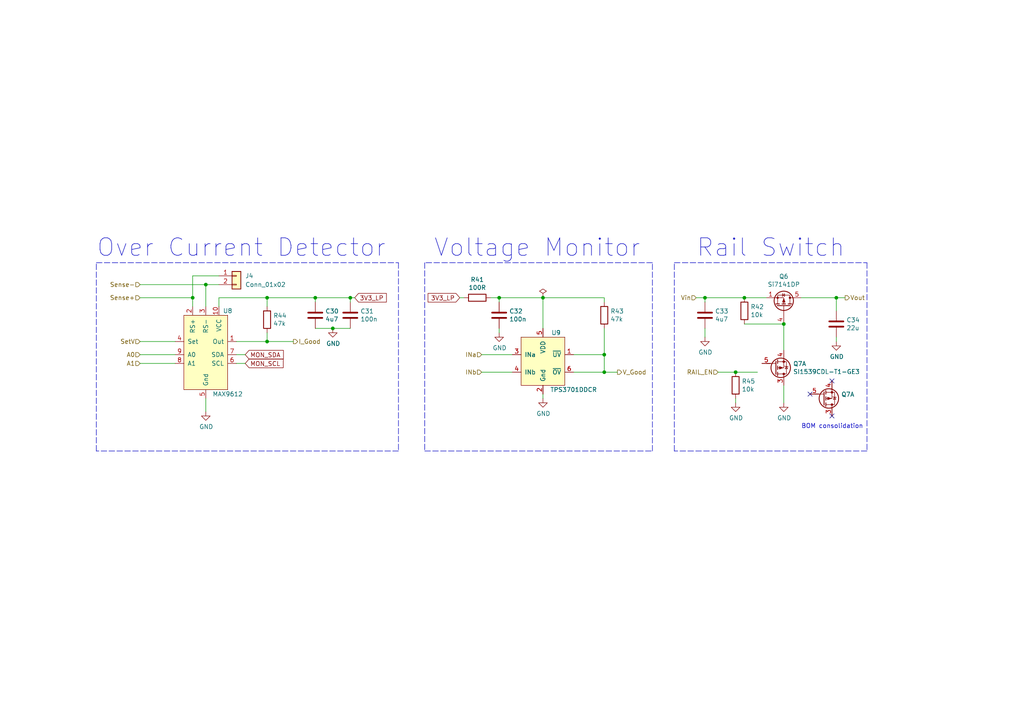
<source format=kicad_sch>
(kicad_sch (version 20210126) (generator eeschema)
  (paper "A4")
  (title_block (rev "DRAFT") (company "M0WUT"))
  (lib_symbols
    (symbol "Connector_Generic:Conn_01x02" (pin_names (offset 1.016) hide)
      (property "Reference" "J" (at 0 2.54 0))
      (property "Value" "Conn_01x02" (at 0 -5.08 0))
      (symbol "Conn_01x02_1_1"
        (rectangle (start -1.27 -2.413) (end 0 -2.667) (stroke (width 0.1524)))
        (rectangle (start -1.27 0.127) (end 0 -0.127) (stroke (width 0.1524)))
        (rectangle (start -1.27 1.27) (end 1.27 -3.81) (stroke (width 0.254)) (fill (type background)))
        (pin passive line (at -5.08 0 0) (length 3.81) (name "Pin_1") (number "1"))
        (pin passive line (at -5.08 -2.54 0) (length 3.81) (name "Pin_2") (number "2"))
      )
    )
    (symbol "Device:C" (pin_numbers hide) (pin_names (offset 0.254))
      (property "Reference" "C" (at 0.635 2.54 0))
      (property "Value" "C" (at 0.635 -2.54 0))
      (symbol "C_0_1"
        (polyline (pts (xy -2.032 -0.762) (xy 2.032 -0.762)) (stroke (width 0.508)))
        (polyline (pts (xy -2.032 0.762) (xy 2.032 0.762)) (stroke (width 0.508)))
      )
      (symbol "C_1_1"
        (pin passive line (at 0 3.81 270) (length 2.794) (name "~") (number "1"))
        (pin passive line (at 0 -3.81 90) (length 2.794) (name "~") (number "2"))
      )
    )
    (symbol "Device:R" (pin_numbers hide) (pin_names (offset 0))
      (property "Reference" "R" (at 2.032 0 90))
      (property "Value" "R" (at 0 0 90))
      (symbol "R_0_1"
        (rectangle (start -1.016 -2.54) (end 1.016 2.54) (stroke (width 0.254)))
      )
      (symbol "R_1_1"
        (pin passive line (at 0 3.81 270) (length 1.27) (name "~") (number "1"))
        (pin passive line (at 0 -3.81 90) (length 1.27) (name "~") (number "2"))
      )
    )
    (symbol "FET_WUT:SI1539CDL-T1-GE3" (pin_names (offset 1.016))
      (property "Reference" "Q" (at 2.54 2.54 0))
      (property "Value" "SI1539CDL-T1-GE3" (at 11.43 -2.54 0))
      (symbol "SI1539CDL-T1-GE3_1_1"
        (circle (center -0.889 0) (radius 2.8194) (stroke (width 0.254)))
        (circle (center 0 -1.778) (radius 0.2794) (fill (type outline)))
        (circle (center 0 1.778) (radius 0.2794) (fill (type outline)))
        (polyline (pts (xy -5.08 1.27) (xy -2.286 1.27)))
        (polyline (pts (xy -1.778 -2.286) (xy -1.778 -1.27)) (stroke (width 0.254)))
        (polyline (pts (xy -1.778 -1.778) (xy 0 -1.778)))
        (polyline (pts (xy -1.778 -0.508) (xy -1.778 0.508)) (stroke (width 0.254)))
        (polyline (pts (xy -1.778 0) (xy 0 0)))
        (polyline (pts (xy -1.778 1.27) (xy -1.778 2.286)) (stroke (width 0.254)))
        (polyline (pts (xy -1.778 1.778) (xy 0 1.778)))
        (polyline (pts (xy 0 -2.54) (xy 0 -1.778)))
        (polyline (pts (xy 0 1.778) (xy 0 0)))
        (polyline (pts (xy 0 1.778) (xy 0 2.54)))
        (polyline (pts (xy -2.286 -1.905) (xy -2.286 1.905) (xy -2.286 1.905)) (stroke (width 0.254)))
        (polyline (pts (xy 0 1.778) (xy 0.762 1.778) (xy 0.762 -1.778) (xy 0 -1.778)))
        (polyline (pts (xy 0.254 0.508) (xy 0.381 0.381) (xy 1.143 0.381) (xy 1.27 0.254)))
        (polyline (pts (xy 0.762 0.381) (xy 0.381 -0.254) (xy 1.143 -0.254) (xy 0.762 0.381)))
        (polyline (pts (xy -0.254 0) (xy -1.27 0.381) (xy -1.27 -0.381) (xy -0.254 0)) (fill (type outline)))
        (pin passive line (at 0 -5.08 90) (length 2.54) (name "~") (number "3"))
        (pin passive line (at 0 5.08 270) (length 2.54) (name "~") (number "4"))
        (pin input line (at -6.35 1.27 0) (length 2.54) (name "~") (number "5"))
      )
      (symbol "SI1539CDL-T1-GE3_2_1"
        (circle (center -0.889 0) (radius 2.8194) (stroke (width 0.254)))
        (circle (center 0 -1.778) (radius 0.2794) (fill (type outline)))
        (circle (center 0 1.778) (radius 0.2794) (fill (type outline)))
        (polyline (pts (xy -1.778 -1.778) (xy 0 -1.778)))
        (polyline (pts (xy -1.778 -1.27) (xy -1.778 -2.286)) (stroke (width 0.254)))
        (polyline (pts (xy -1.778 0) (xy 0 0)))
        (polyline (pts (xy -1.778 0.508) (xy -1.778 -0.508)) (stroke (width 0.254)))
        (polyline (pts (xy -1.778 1.778) (xy 0 1.778)))
        (polyline (pts (xy -1.778 2.286) (xy -1.778 1.27)) (stroke (width 0.254)))
        (polyline (pts (xy 0 -1.778) (xy 0 -2.54)))
        (polyline (pts (xy 0 -1.778) (xy 0 0)))
        (polyline (pts (xy 0 2.54) (xy 0 1.778)))
        (polyline (pts (xy -2.286 1.905) (xy -2.286 -1.905) (xy -2.286 -1.905)) (stroke (width 0.254)))
        (polyline (pts (xy 0 -1.778) (xy 0.762 -1.778) (xy 0.762 1.778) (xy 0 1.778)))
        (polyline (pts (xy 0.254 0.508) (xy 0.381 0.381) (xy 1.143 0.381) (xy 1.27 0.254)))
        (polyline (pts (xy 0.762 0.381) (xy 0.381 -0.254) (xy 1.143 -0.254) (xy 0.762 0.381)))
        (polyline (pts (xy -1.524 0) (xy -0.508 0.381) (xy -0.508 -0.381) (xy -1.524 0)) (fill (type outline)))
        (pin passive line (at 0 -5.08 90) (length 2.54) (name "~") (number "1"))
        (pin input line (at -7.62 -1.27 0) (length 5.334) (name "~") (number "2"))
        (pin passive line (at 0 5.08 270) (length 2.54) (name "~") (number "6"))
      )
    )
    (symbol "IC_WUT:MAX9612" (pin_names (offset 1.016))
      (property "Reference" "U" (at 5.08 8.89 0))
      (property "Value" "MAX9612" (at 6.35 -15.24 0))
      (symbol "MAX9612_0_1"
        (rectangle (start -6.35 7.62) (end 6.35 -13.97) (fill (type background)))
      )
      (symbol "MAX9612_1_1"
        (pin open_collector line (at 8.89 0 180) (length 2.54) (name "Out") (number "1"))
        (pin power_in line (at 3.81 10.16 270) (length 2.54) (name "VCC") (number "10"))
        (pin input line (at -3.81 10.16 270) (length 2.54) (name "RS+") (number "2"))
        (pin input line (at 0 10.16 270) (length 2.54) (name "RS-") (number "3"))
        (pin input line (at -8.89 0 0) (length 2.54) (name "Set") (number "4"))
        (pin power_in line (at 0 -16.51 90) (length 2.54) (name "Gnd") (number "5"))
        (pin bidirectional line (at 8.89 -6.35 180) (length 2.54) (name "SCL") (number "6"))
        (pin bidirectional line (at 8.89 -3.81 180) (length 2.54) (name "SDA") (number "7"))
        (pin passive line (at -8.89 -6.35 0) (length 2.54) (name "A1") (number "8"))
        (pin passive line (at -8.89 -3.81 0) (length 2.54) (name "A0") (number "9"))
      )
    )
    (symbol "Power_Supervisor_WUT:TPS3701DDCR" (pin_names (offset 1.016))
      (property "Reference" "U" (at 2.54 8.89 0))
      (property "Value" "TPS3701DDCR" (at 8.89 -7.62 0))
      (symbol "TPS3701DDCR_0_1"
        (rectangle (start -6.35 7.62) (end 6.35 -6.35) (fill (type background)))
      )
      (symbol "TPS3701DDCR_1_1"
        (pin open_collector line (at 8.89 2.54 180) (length 2.54) (name "~UV") (number "1"))
        (pin power_in line (at 0 -8.89 90) (length 2.54) (name "Gnd") (number "2"))
        (pin input line (at -8.89 2.54 0) (length 2.54) (name "INa") (number "3"))
        (pin input line (at -8.89 -2.54 0) (length 2.54) (name "INb") (number "4"))
        (pin power_in line (at 0 10.16 270) (length 2.54) (name "VDD") (number "5"))
        (pin open_collector line (at 8.89 -2.54 180) (length 2.54) (name "~OV") (number "6"))
      )
    )
    (symbol "Transistor_FET:Si7141DP" (pin_names hide)
      (property "Reference" "Q" (at 5.08 1.905 0))
      (property "Value" "Si7141DP" (at 5.08 0 0))
      (symbol "Si7141DP_0_1"
        (circle (center 1.651 0) (radius 2.794) (stroke (width 0.254)))
        (circle (center 2.54 -1.778) (radius 0.254) (fill (type outline)))
        (circle (center 2.54 1.778) (radius 0.254) (fill (type outline)))
        (polyline (pts (xy 0.254 0) (xy -2.54 0)))
        (polyline (pts (xy 0.254 1.905) (xy 0.254 -1.905)) (stroke (width 0.254)))
        (polyline (pts (xy 0.762 -1.27) (xy 0.762 -2.286)) (stroke (width 0.254)))
        (polyline (pts (xy 0.762 0.508) (xy 0.762 -0.508)) (stroke (width 0.254)))
        (polyline (pts (xy 0.762 2.286) (xy 0.762 1.27)) (stroke (width 0.254)))
        (polyline (pts (xy 2.54 2.54) (xy 2.54 1.778)))
        (polyline (pts (xy 2.54 -2.54) (xy 2.54 0) (xy 0.762 0)))
        (polyline (pts (xy 0.762 1.778) (xy 3.302 1.778) (xy 3.302 -1.778) (xy 0.762 -1.778)))
        (polyline (pts (xy 2.794 -0.508) (xy 2.921 -0.381) (xy 3.683 -0.381) (xy 3.81 -0.254)))
        (polyline (pts (xy 3.302 -0.381) (xy 2.921 0.254) (xy 3.683 0.254) (xy 3.302 -0.381)))
        (polyline (pts (xy 2.286 0) (xy 1.27 0.381) (xy 1.27 -0.381) (xy 2.286 0)) (fill (type outline)))
      )
      (symbol "Si7141DP_1_1"
        (pin passive line (at 2.54 -5.08 90) (length 2.54) (name "S") (number "1"))
        (pin passive line (at 2.54 -5.08 90) (length 2.54) hide (name "S") (number "2"))
        (pin passive line (at 2.54 -5.08 90) (length 2.54) hide (name "S") (number "3"))
        (pin input line (at -5.08 0 0) (length 2.54) (name "G") (number "4"))
        (pin passive line (at 2.54 5.08 270) (length 2.54) (name "D") (number "5"))
      )
    )
    (symbol "power:GND" (power) (pin_names (offset 0))
      (property "Value" "GND" (at 0 -3.81 0))
      (symbol "GND_0_1"
        (polyline (pts (xy 0 0) (xy 0 -1.27) (xy 1.27 -1.27) (xy 0 -2.54) (xy -1.27 -1.27) (xy 0 -1.27)))
      )
      (symbol "GND_1_1"
        (pin power_in line (at 0 0 270) (length 0) hide (name "GND") (number "1"))
      )
    )
    (symbol "power:PWR_FLAG" (power) (pin_numbers hide) (pin_names (offset 0) hide)
      (property "Value" "PWR_FLAG" (at 0 3.81 0))
      (symbol "PWR_FLAG_0_0"
        (pin power_out line (at 0 0 90) (length 0) (name "pwr") (number "1"))
      )
      (symbol "PWR_FLAG_0_1"
        (polyline (pts (xy 0 0) (xy 0 1.27) (xy -1.016 1.905) (xy 0 2.54) (xy 1.016 1.905) (xy 0 1.27)))
      )
    )
  )
  (junction (at 55.88 86.36) (diameter 0.9144))
  (junction (at 59.69 82.55) (diameter 0.9144))
  (junction (at 77.47 86.36) (diameter 0.9144))
  (junction (at 77.47 99.06) (diameter 0.9144))
  (junction (at 91.44 86.36) (diameter 0.9144))
  (junction (at 96.52 95.25) (diameter 0.9144))
  (junction (at 101.6 86.36) (diameter 0.9144))
  (junction (at 144.78 86.36) (diameter 0.9144))
  (junction (at 157.48 86.36) (diameter 0.9144))
  (junction (at 175.26 102.87) (diameter 0.9144))
  (junction (at 175.26 107.95) (diameter 0.9144))
  (junction (at 204.47 86.36) (diameter 0.9144))
  (junction (at 213.36 107.95) (diameter 0.9144))
  (junction (at 215.9 86.36) (diameter 0.9144))
  (junction (at 227.33 93.98) (diameter 0.9144))
  (junction (at 242.57 86.36) (diameter 0.9144))
  (no_connect (at 234.95 114.3))
  (no_connect (at 241.3 110.49))
  (no_connect (at 241.3 120.65))
  (wire (pts (xy 40.64 82.55) (xy 59.69 82.55)))
  (wire (pts (xy 40.64 86.36) (xy 55.88 86.36)))
  (wire (pts (xy 40.64 99.06) (xy 50.8 99.06)))
  (wire (pts (xy 40.64 102.87) (xy 50.8 102.87)))
  (wire (pts (xy 40.64 105.41) (xy 50.8 105.41)))
  (wire (pts (xy 55.88 80.01) (xy 55.88 86.36)))
  (wire (pts (xy 55.88 86.36) (xy 55.88 88.9)))
  (wire (pts (xy 59.69 82.55) (xy 59.69 88.9)))
  (wire (pts (xy 59.69 119.38) (xy 59.69 115.57)))
  (wire (pts (xy 63.5 80.01) (xy 55.88 80.01)))
  (wire (pts (xy 63.5 82.55) (xy 59.69 82.55)))
  (wire (pts (xy 63.5 86.36) (xy 77.47 86.36)))
  (wire (pts (xy 63.5 88.9) (xy 63.5 86.36)))
  (wire (pts (xy 68.58 99.06) (xy 77.47 99.06)))
  (wire (pts (xy 68.58 102.87) (xy 71.12 102.87)))
  (wire (pts (xy 71.12 105.41) (xy 68.58 105.41)))
  (wire (pts (xy 77.47 86.36) (xy 91.44 86.36)))
  (wire (pts (xy 77.47 88.9) (xy 77.47 86.36)))
  (wire (pts (xy 77.47 96.52) (xy 77.47 99.06)))
  (wire (pts (xy 85.09 99.06) (xy 77.47 99.06)))
  (wire (pts (xy 91.44 86.36) (xy 101.6 86.36)))
  (wire (pts (xy 91.44 87.63) (xy 91.44 86.36)))
  (wire (pts (xy 91.44 95.25) (xy 96.52 95.25)))
  (wire (pts (xy 96.52 95.25) (xy 101.6 95.25)))
  (wire (pts (xy 101.6 86.36) (xy 102.87 86.36)))
  (wire (pts (xy 101.6 87.63) (xy 101.6 86.36)))
  (wire (pts (xy 133.35 86.36) (xy 134.62 86.36)))
  (wire (pts (xy 139.7 102.87) (xy 148.59 102.87)))
  (wire (pts (xy 139.7 107.95) (xy 148.59 107.95)))
  (wire (pts (xy 142.24 86.36) (xy 144.78 86.36)))
  (wire (pts (xy 144.78 86.36) (xy 144.78 87.63)))
  (wire (pts (xy 144.78 86.36) (xy 157.48 86.36)))
  (wire (pts (xy 144.78 95.25) (xy 144.78 96.52)))
  (wire (pts (xy 157.48 86.36) (xy 157.48 95.25)))
  (wire (pts (xy 157.48 86.36) (xy 175.26 86.36)))
  (wire (pts (xy 157.48 115.57) (xy 157.48 114.3)))
  (wire (pts (xy 166.37 107.95) (xy 175.26 107.95)))
  (wire (pts (xy 175.26 86.36) (xy 175.26 87.63)))
  (wire (pts (xy 175.26 95.25) (xy 175.26 102.87)))
  (wire (pts (xy 175.26 102.87) (xy 166.37 102.87)))
  (wire (pts (xy 175.26 107.95) (xy 175.26 102.87)))
  (wire (pts (xy 179.07 107.95) (xy 175.26 107.95)))
  (wire (pts (xy 201.93 86.36) (xy 204.47 86.36)))
  (wire (pts (xy 204.47 86.36) (xy 215.9 86.36)))
  (wire (pts (xy 204.47 87.63) (xy 204.47 86.36)))
  (wire (pts (xy 204.47 97.79) (xy 204.47 95.25)))
  (wire (pts (xy 208.28 107.95) (xy 213.36 107.95)))
  (wire (pts (xy 213.36 107.95) (xy 219.71 107.95)))
  (wire (pts (xy 213.36 116.84) (xy 213.36 115.57)))
  (wire (pts (xy 215.9 93.98) (xy 227.33 93.98)))
  (wire (pts (xy 222.25 86.36) (xy 215.9 86.36)))
  (wire (pts (xy 227.33 93.98) (xy 227.33 101.6)))
  (wire (pts (xy 227.33 116.84) (xy 227.33 111.76)))
  (wire (pts (xy 232.41 86.36) (xy 242.57 86.36)))
  (wire (pts (xy 242.57 86.36) (xy 245.11 86.36)))
  (wire (pts (xy 242.57 90.17) (xy 242.57 86.36)))
  (wire (pts (xy 242.57 99.06) (xy 242.57 97.79)))
  (polyline (pts (xy 27.94 76.2) (xy 115.57 76.2)) (stroke (width 0) (type dash)))
  (polyline (pts (xy 27.94 130.81) (xy 27.94 76.2)) (stroke (width 0) (type dash)))
  (polyline (pts (xy 115.57 76.2) (xy 115.57 130.81)) (stroke (width 0) (type dash)))
  (polyline (pts (xy 115.57 130.81) (xy 27.94 130.81)) (stroke (width 0) (type dash)))
  (polyline (pts (xy 123.19 76.2) (xy 123.19 130.81)) (stroke (width 0) (type dash)))
  (polyline (pts (xy 123.19 130.81) (xy 189.23 130.81)) (stroke (width 0) (type dash)))
  (polyline (pts (xy 189.23 76.2) (xy 123.19 76.2)) (stroke (width 0) (type dash)))
  (polyline (pts (xy 189.23 130.81) (xy 189.23 76.2)) (stroke (width 0) (type dash)))
  (polyline (pts (xy 195.58 76.2) (xy 251.46 76.2)) (stroke (width 0) (type dash)))
  (polyline (pts (xy 195.58 130.81) (xy 195.58 76.2)) (stroke (width 0) (type dash)))
  (polyline (pts (xy 251.46 76.2) (xy 251.46 130.81)) (stroke (width 0) (type dash)))
  (polyline (pts (xy 251.46 130.81) (xy 195.58 130.81)) (stroke (width 0) (type dash)))
  (text "Over Current Detector" (at 27.94 74.93 0) (effects (font (size 5.08 5.08)) (justify left bottom)))
  (text "Voltage Monitor" (at 125.73 74.93 0) (effects (font (size 5.08 5.08)) (justify left bottom)))
  (text "Rail Switch" (at 201.93 74.93 0) (effects (font (size 5.08 5.08)) (justify left bottom)))
  (text "BOM consolidation" (at 232.41 124.46 0) (effects (font (size 1.27 1.27)) (justify left bottom)))
  (global_label "MON_SDA" (shape input) (at 71.12 102.87 0) (property "Intersheet References" "${INTERSHEET_REFS}" (effects hide)))
  (global_label "MON_SCL" (shape input) (at 71.12 105.41 0) (property "Intersheet References" "${INTERSHEET_REFS}" (effects hide)))
  (global_label "3V3_LP" (shape input) (at 102.87 86.36 0) (property "Intersheet References" "${INTERSHEET_REFS}" (effects hide)))
  (global_label "3V3_LP" (shape input) (at 133.35 86.36 180) (property "Intersheet References" "${INTERSHEET_REFS}" (effects hide)))
  (hierarchical_label "Sense-" (shape input) (at 40.64 82.55 180))
  (hierarchical_label "Sense+" (shape input) (at 40.64 86.36 180))
  (hierarchical_label "SetV" (shape input) (at 40.64 99.06 180))
  (hierarchical_label "A0" (shape input) (at 40.64 102.87 180))
  (hierarchical_label "A1" (shape input) (at 40.64 105.41 180))
  (hierarchical_label "I_Good" (shape output) (at 85.09 99.06 0))
  (hierarchical_label "INa" (shape input) (at 139.7 102.87 180))
  (hierarchical_label "INb" (shape input) (at 139.7 107.95 180))
  (hierarchical_label "V_Good" (shape output) (at 179.07 107.95 0))
  (hierarchical_label "Vin" (shape input) (at 201.93 86.36 180))
  (hierarchical_label "RAIL_EN" (shape input) (at 208.28 107.95 180))
  (hierarchical_label "Vout" (shape output) (at 245.11 86.36 0))
  (symbol (lib_id "power:PWR_FLAG") (at 157.48 86.36 0)
    (property "Reference" "#FLG013" (effects hide))
    (property "Value" "PWR_FLAG" (effects hide))
  )
  (symbol (lib_id "power:GND") (at 59.69 119.38 0)
    (property "Reference" "#PWR050" (effects hide))
    (property "Value" "GND" (at 59.817 123.7742 0))
  )
  (symbol (lib_id "power:GND") (at 96.52 95.25 0)
    (property "Reference" "#PWR043" (effects hide))
    (property "Value" "GND" (at 96.647 99.6442 0))
  )
  (symbol (lib_id "power:GND") (at 144.78 96.52 0)
    (property "Reference" "#PWR044" (effects hide))
    (property "Value" "GND" (at 144.907 100.9142 0))
  )
  (symbol (lib_id "power:GND") (at 157.48 115.57 0)
    (property "Reference" "#PWR047" (effects hide))
    (property "Value" "GND" (at 157.607 119.9642 0))
  )
  (symbol (lib_id "power:GND") (at 204.47 97.79 0)
    (property "Reference" "#PWR045" (effects hide))
    (property "Value" "GND" (at 204.597 102.1842 0))
  )
  (symbol (lib_id "power:GND") (at 213.36 116.84 0)
    (property "Reference" "#PWR048" (effects hide))
    (property "Value" "GND" (at 213.487 121.2342 0))
  )
  (symbol (lib_id "power:GND") (at 227.33 116.84 0)
    (property "Reference" "#PWR049" (effects hide))
    (property "Value" "GND" (at 227.457 121.2342 0))
  )
  (symbol (lib_id "power:GND") (at 242.57 99.06 0)
    (property "Reference" "#PWR046" (effects hide))
    (property "Value" "GND" (at 242.697 103.4542 0))
  )
  (symbol (lib_id "Device:R") (at 77.47 92.71 0)
    (property "Reference" "R44" (at 79.248 91.5416 0) (effects (justify left)))
    (property "Value" "47k" (at 79.248 93.853 0) (effects (justify left)))
    (property "Footprint" "Resistor_SMD:R_0603_1608Metric" (effects hide))
  )
  (symbol (lib_id "Device:R") (at 138.43 86.36 270)
    (property "Reference" "R41" (at 138.43 81.1022 90))
    (property "Value" "100R" (at 138.43 83.4136 90))
    (property "Footprint" "Resistor_SMD:R_0603_1608Metric" (effects hide))
  )
  (symbol (lib_id "Device:R") (at 175.26 91.44 0)
    (property "Reference" "R43" (at 177.038 90.2716 0) (effects (justify left)))
    (property "Value" "47k" (at 177.038 92.583 0) (effects (justify left)))
    (property "Footprint" "Resistor_SMD:R_0603_1608Metric" (effects hide))
  )
  (symbol (lib_id "Device:R") (at 213.36 111.76 0)
    (property "Reference" "R45" (at 215.138 110.5916 0) (effects (justify left)))
    (property "Value" "10k" (at 215.138 112.903 0) (effects (justify left)))
    (property "Footprint" "Resistor_SMD:R_0603_1608Metric" (effects hide))
  )
  (symbol (lib_id "Device:R") (at 215.9 90.17 0)
    (property "Reference" "R42" (at 217.678 89.0016 0) (effects (justify left)))
    (property "Value" "10k" (at 217.678 91.313 0) (effects (justify left)))
    (property "Footprint" "Resistor_SMD:R_0603_1608Metric" (effects hide))
  )
  (symbol (lib_id "Connector_Generic:Conn_01x02") (at 68.58 80.01 0)
    (property "Reference" "J4" (at 71.12 80.01 0) (effects (justify left)))
    (property "Value" "Conn_01x02" (at 71.12 82.55 0) (effects (justify left)))
    (property "Footprint" "Connector_PinHeader_2.54mm:PinHeader_1x02_P2.54mm_Vertical_SMD_Pin1Left" (effects hide))
  )
  (symbol (lib_id "Device:C") (at 91.44 91.44 0)
    (property "Reference" "C30" (at 94.361 90.2716 0) (effects (justify left)))
    (property "Value" "4u7" (at 94.361 92.583 0) (effects (justify left)))
    (property "Footprint" "Capacitor_SMD:C_0603_1608Metric" (effects hide))
  )
  (symbol (lib_id "Device:C") (at 101.6 91.44 0)
    (property "Reference" "C31" (at 104.521 90.2716 0) (effects (justify left)))
    (property "Value" "100n" (at 104.521 92.583 0) (effects (justify left)))
    (property "Footprint" "Capacitor_SMD:C_0603_1608Metric" (effects hide))
  )
  (symbol (lib_id "Device:C") (at 144.78 91.44 0)
    (property "Reference" "C32" (at 147.701 90.2716 0) (effects (justify left)))
    (property "Value" "100n" (at 147.701 92.583 0) (effects (justify left)))
    (property "Footprint" "Capacitor_SMD:C_0603_1608Metric" (effects hide))
  )
  (symbol (lib_id "Device:C") (at 204.47 91.44 0)
    (property "Reference" "C33" (at 207.391 90.2716 0) (effects (justify left)))
    (property "Value" "4u7" (at 207.391 92.583 0) (effects (justify left)))
    (property "Footprint" "Capacitor_SMD:C_0603_1608Metric" (effects hide))
  )
  (symbol (lib_id "Device:C") (at 242.57 93.98 0)
    (property "Reference" "C34" (at 245.491 92.8116 0) (effects (justify left)))
    (property "Value" "22u" (at 245.491 95.123 0) (effects (justify left)))
    (property "Footprint" "Capacitor_SMD:C_1210_3225Metric" (effects hide))
  )
  (symbol (lib_id "FET_WUT:SI1539CDL-T1-GE3") (at 241.3 115.57 0)
    (property "Reference" "Q7" (at 243.9924 114.4016 0) (effects (justify left)))
    (property "Value" "SI1539CDL-T1-GE3" (effects hide))
    (property "Footprint" "Package_TO_SOT_SMD:SOT-363_SC-70-6" (effects hide))
    (property "Datasheet" "http://www.farnell.com/datasheets/2046888.pdf?_ga=2.10385267.757253015.1566033402-1939168838.1503764787&_gac=1.194507103.1566045244.Cj0KCQjwy97qBRDoARIsAITONTJuV5xFoCHf_GI1a48CAr1bhcTG8MWnV8MNsj2BZU5FrIPf5CF8XT8aAi5HEALw_wcB" (effects hide))
  )
  (symbol (lib_id "Transistor_FET:Si7141DP") (at 227.33 88.9 270) (mirror x)
    (property "Reference" "Q6" (at 227.33 80.1878 90))
    (property "Value" "Si7141DP" (at 227.33 82.4992 90))
    (property "Footprint" "Package_SO:PowerPAK_SO-8_Single" (effects hide))
    (property "Datasheet" "https://www.vishay.com/docs/65596/si7141dp.pdf" (effects hide))
  )
  (symbol (lib_id "FET_WUT:SI1539CDL-T1-GE3") (at 227.33 106.68 0)
    (property "Reference" "Q7" (at 230.0224 105.5116 0) (effects (justify left)))
    (property "Value" "SI1539CDL-T1-GE3" (at 230.0224 107.823 0) (effects (justify left)))
    (property "Footprint" "Package_TO_SOT_SMD:SOT-363_SC-70-6" (effects hide))
    (property "Datasheet" "http://www.farnell.com/datasheets/2046888.pdf?_ga=2.10385267.757253015.1566033402-1939168838.1503764787&_gac=1.194507103.1566045244.Cj0KCQjwy97qBRDoARIsAITONTJuV5xFoCHf_GI1a48CAr1bhcTG8MWnV8MNsj2BZU5FrIPf5CF8XT8aAi5HEALw_wcB" (effects hide))
  )
  (symbol (lib_id "Power_Supervisor_WUT:TPS3701DDCR") (at 157.48 105.41 0)
    (property "Reference" "U9" (at 161.29 96.52 0))
    (property "Value" "TPS3701DDCR" (at 166.37 113.03 0))
    (property "Footprint" "Package_TO_SOT_SMD:SOT-23-6" (effects hide))
    (property "Datasheet" "http://www.ti.com/lit/ds/symlink/tps3701.pdf" (effects hide))
  )
  (symbol (lib_id "IC_WUT:MAX9612") (at 59.69 99.06 0)
    (property "Reference" "U8" (at 66.04 90.17 0))
    (property "Value" "MAX9612" (at 66.04 114.3 0))
    (property "Footprint" "IC_WUT:uMAX-10_3x3mm_P0.5mm" (effects hide))
    (property "Datasheet" "https://datasheets.maximintegrated.com/en/ds/MAX9611-MAX9612.pdf" (effects hide))
  )
)
</source>
